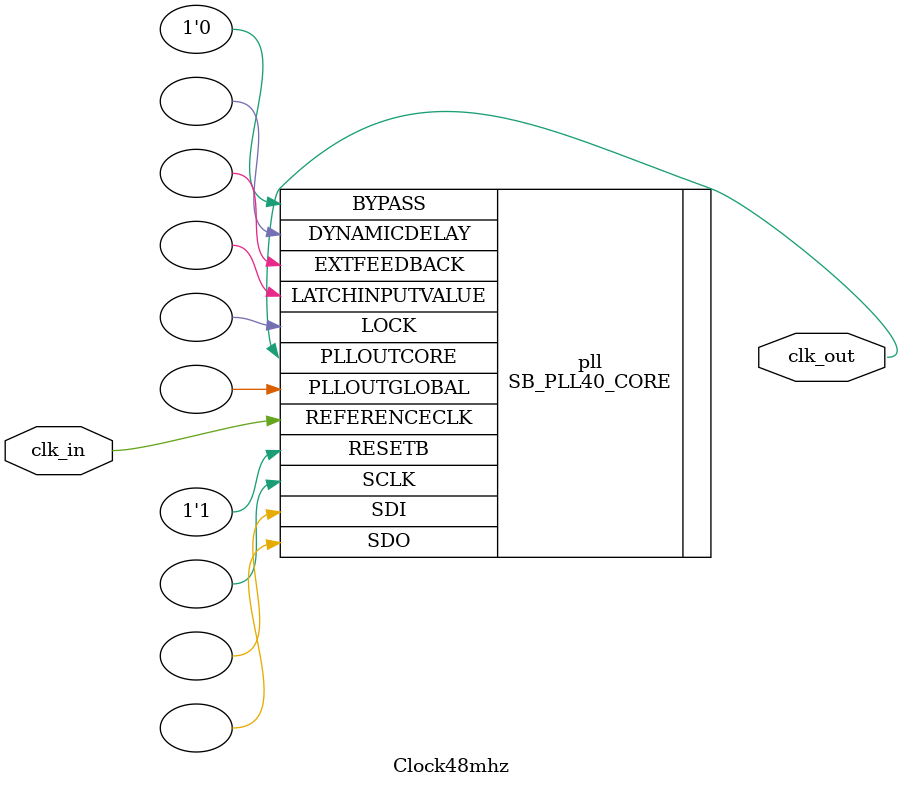
<source format=v>
/*
* 48mhz using ICE40 intrinsics
*/
module Clock48mhz (
    input clk_in,
    output clk_out
);

SB_PLL40_CORE #(
    .DIVR(4'b0000),
    .DIVF(7'b0101111),
    .DIVQ(3'b100),
    .FILTER_RANGE(3'b001),
    .FEEDBACK_PATH("SIMPLE"),
    .DELAY_ADJUSTMENT_MODE_FEEDBACK("FIXED"),
    .FDA_FEEDBACK(4'b0000),
    .DELAY_ADJUSTMENT_MODE_RELATIVE("FIXED"),
    .FDA_RELATIVE(4'b0000),
    .SHIFTREG_DIV_MODE(2'b00),
    .PLLOUT_SELECT("GENCLK"),
    .ENABLE_ICEGATE(1'b0)
) pll (
	.REFERENCECLK(clk_in),
    .PLLOUTCORE(clk_out),
    .PLLOUTGLOBAL(),
    .EXTFEEDBACK(),
    .DYNAMICDELAY(),
    .RESETB(1'b1),
    .BYPASS(1'b0),
    .LATCHINPUTVALUE(),
    .LOCK(),
    .SDI(),
    .SDO(),
    .SCLK()
);

endmodule

</source>
